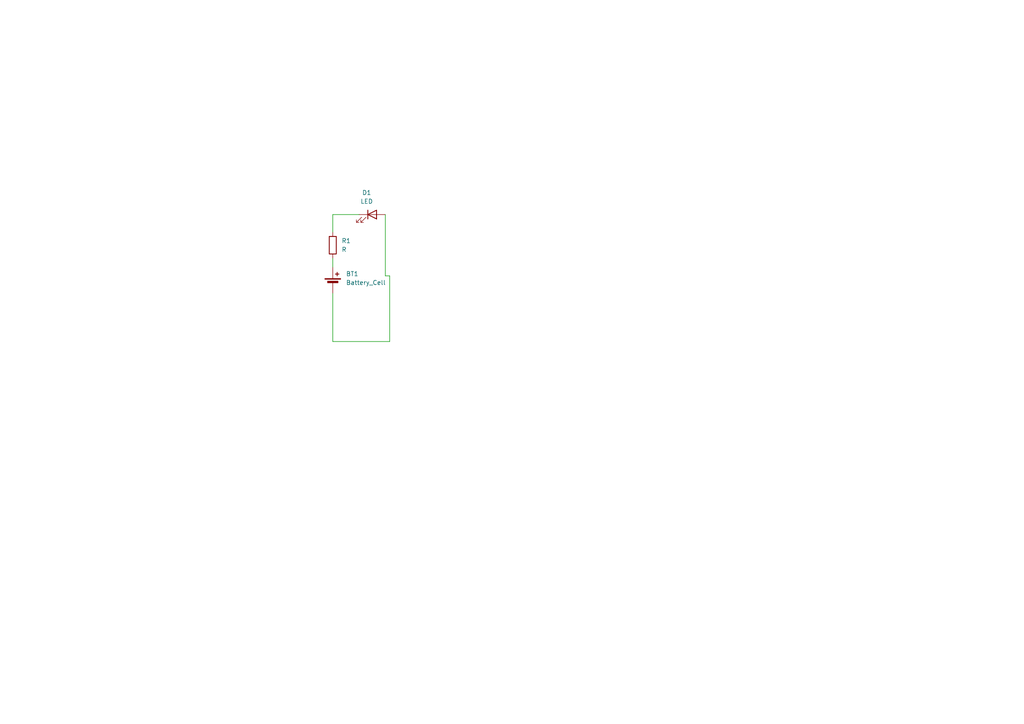
<source format=kicad_sch>
(kicad_sch (version 20231120) (generator "eeschema") (generator_version "8.0")
  (paper "A4")
  (lib_symbols
    (symbol "Device:Battery_Cell" (pin_numbers hide) (pin_names (offset 0) hide)
      (property "Reference" "BT" (at 2.54 2.54 0))
      (property "Value" "Battery_Cell" (at 2.54 0 0))
      (symbol "Battery_Cell_0_1"
        (rectangle (start -2.286 1.778) (end 2.286 1.524) (fill (type outline)))
        (rectangle (start -1.524 1.016) (end 1.524 0.508) (fill (type outline)))
        (polyline (pts (xy 0 0.762) (xy 0 0)))
        (polyline (pts (xy 0 1.778) (xy 0 2.54)))
        (polyline (pts (xy 0.762 3.048) (xy 1.778 3.048)) (stroke (width 0.254)))
        (polyline (pts (xy 1.27 3.556) (xy 1.27 2.54)) (stroke (width 0.254)))
      )
      (symbol "Battery_Cell_1_1"
        (pin passive line (at 0 5.08 270) (length 2.54) (name "+") (number "1"))
        (pin passive line (at 0 -2.54 90) (length 2.54) (name "-") (number "2"))
      )
    )
    (symbol "Device:LED" (pin_numbers hide) (pin_names (offset 1.016) hide)
      (property "Reference" "D" (at 0 2.54 0))
      (property "Value" "LED" (at 0 -2.54 0))
      (symbol "LED_0_1"
        (polyline (pts (xy -1.27 -1.27) (xy -1.27 1.27)) (stroke (width 0.254)))
        (polyline (pts (xy -1.27 0) (xy 1.27 0)))
        (polyline (pts (xy 1.27 -1.27) (xy 1.27 1.27) (xy -1.27 0) (xy 1.27 -1.27)) (stroke (width 0.254)))
        (polyline (pts (xy -3.048 -0.762) (xy -4.572 -2.286) (xy -3.81 -2.286) (xy -4.572 -2.286) (xy -4.572 -1.524)))
        (polyline (pts (xy -1.778 -0.762) (xy -3.302 -2.286) (xy -2.54 -2.286) (xy -3.302 -2.286) (xy -3.302 -1.524)))
      )
      (symbol "LED_1_1"
        (pin passive line (at -3.81 0 0) (length 2.54) (name "K") (number "1"))
        (pin passive line (at 3.81 0 180) (length 2.54) (name "A") (number "2"))
      )
    )
    (symbol "Device:R" (pin_numbers hide) (pin_names (offset 0))
      (property "Reference" "R" (at 2.032 0 90))
      (property "Value" "R" (at 0 0 90))
      (symbol "R_0_1"
        (rectangle (start -1.016 -2.54) (end 1.016 2.54) (stroke (width 0.254)))
      )
      (symbol "R_1_1"
        (pin passive line (at 0 3.81 270) (length 1.27) (name "~") (number "1"))
        (pin passive line (at 0 -3.81 90) (length 1.27) (name "~") (number "2"))
      )
    )
  )
  (wire (pts (xy 96.52 62.23) (xy 104.14 62.23)))
  (wire (pts (xy 111.76 80.01) (xy 113.03 80.01)))
  (wire (pts (xy 96.52 74.93) (xy 96.52 77.47)))
  (wire (pts (xy 111.76 62.23) (xy 111.76 80.01)))
  (wire (pts (xy 96.52 85.09) (xy 96.52 99.06)))
  (wire (pts (xy 113.03 80.01) (xy 113.03 99.06)))
  (wire (pts (xy 96.52 67.31) (xy 96.52 62.23)))
  (wire (pts (xy 113.03 99.06) (xy 96.52 99.06)))
  (symbol (lib_id "Device:R") (at 96.52 71.12 0) (unit 1)
    (property "Reference" "R1" (at 99.06 69.8499 0) (effects (justify left)))
    (property "Value" "R" (at 99.06 72.3899 0) (effects (justify left)))
    (property "Footprint" "Resistor_SMD:R_0805_2012Metric_Pad1.20x1.40mm_HandSolder" (effects (hide yes)))
    (property "Description" "Resistor" (effects (hide yes)))
  )
  (symbol (lib_id "Device:Battery_Cell") (at 96.52 82.55 0) (unit 1)
    (property "Reference" "BT1" (at 100.33 79.4384 0) (effects (justify left)))
    (property "Value" "Battery_Cell" (at 100.33 81.9784 0) (effects (justify left)))
    (property "Footprint" "Battery:BatteryHolder_Seiko_MS621F" (effects (hide yes)))
    (property "Description" "Single-cell battery" (effects (hide yes)))
  )
  (symbol (lib_id "Device:LED") (at 107.95 62.23 0) (unit 1)
    (property "Reference" "D1" (at 106.3625 55.88 0))
    (property "Value" "LED" (at 106.3625 58.42 0))
    (property "Footprint" "Diode_SMD:D_0805_2012Metric_Pad1.15x1.40mm_HandSolder" (effects (hide yes)))
    (property "Description" "Light emitting diode" (effects (hide yes)))
  )
)
</source>
